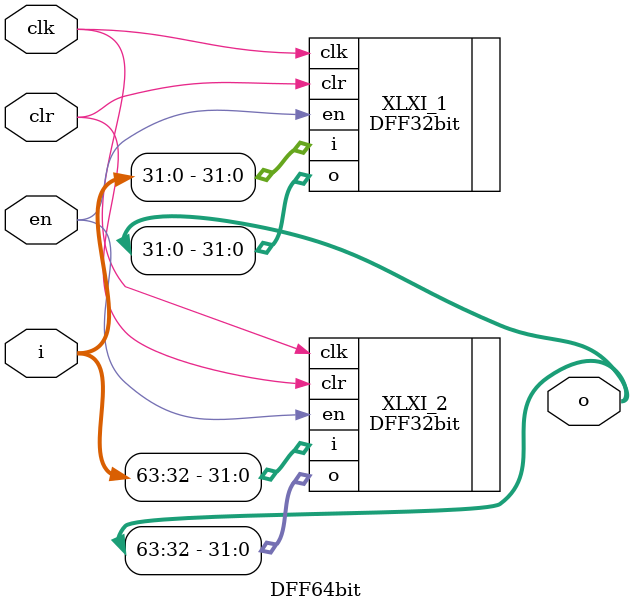
<source format=v>
`timescale 1ns / 1ps

module DFF64bit(clk, 
                clr, 
                en, 
                i, 
                o);

    input clk;
    input clr;
    input en;
    input [63:0] i;
   output [63:0] o;
   
   
   DFF32bit XLXI_1 (.clk(clk), 
                    .clr(clr), 
                    .en(en), 
                    .i(i[31:0]), 
                    .o(o[31:0]));
   DFF32bit XLXI_2 (.clk(clk), 
                    .clr(clr), 
                    .en(en), 
                    .i(i[63:32]), 
                    .o(o[63:32]));
endmodule

</source>
